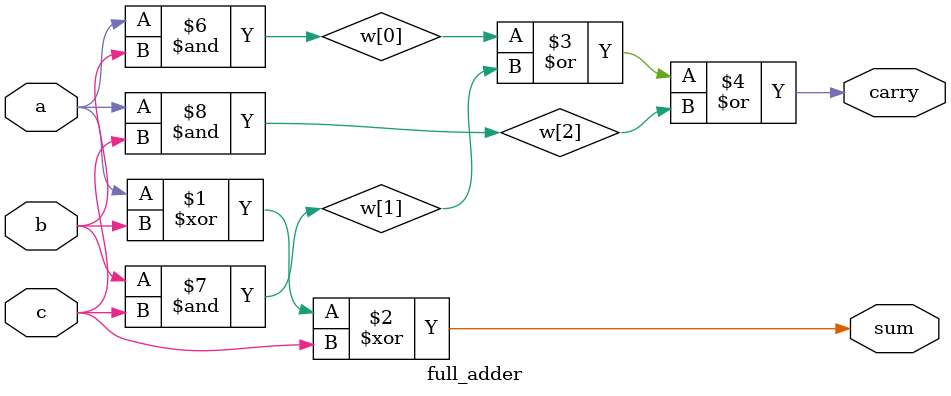
<source format=v>
module full_adder(a,b,c,sum,carry);
    output sum,carry;
    input a,b,c;
    wire w[2:0];
    xor G1(sum,a,b,c);
    and G2(w[0],a,b);
    and G3(w[1],b,c);
    and G4(w[2],a,c);
    or G5(carry,w[0],w[1],w[2]);
endmodule
</source>
